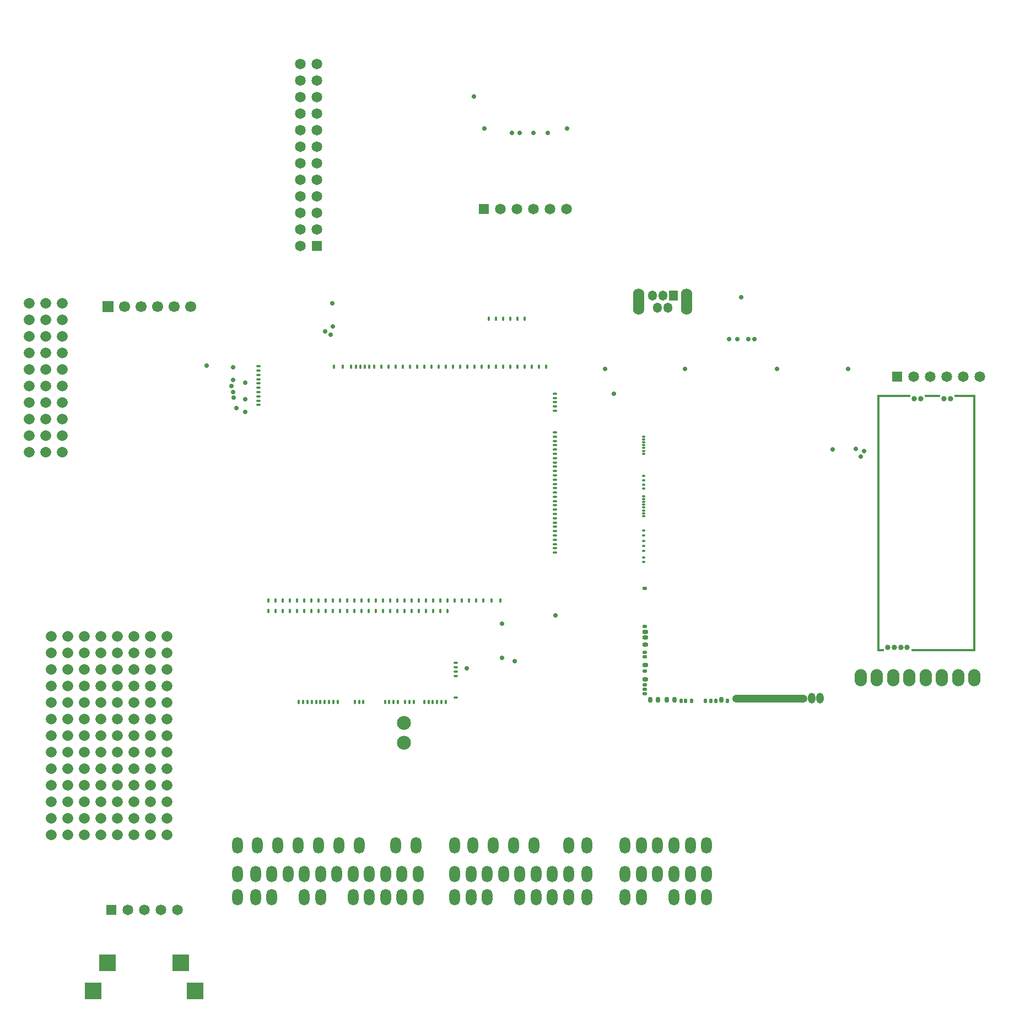
<source format=gbs>
G04*
G04 #@! TF.GenerationSoftware,Altium Limited,Altium Designer,20.2.7 (254)*
G04*
G04 Layer_Color=16711935*
%FSLAX25Y25*%
%MOIN*%
G70*
G04*
G04 #@! TF.SameCoordinates,58B0A200-7A1E-4CD2-B472-50CDB1ABD433*
G04*
G04*
G04 #@! TF.FilePolarity,Negative*
G04*
G01*
G75*
%ADD64R,0.12756X0.01535*%
%ADD65R,0.01535X1.55079*%
%ADD66R,0.09409X0.01535*%
%ADD67R,0.04291X0.01535*%
%ADD92O,0.04488X0.06457*%
%ADD93O,0.03701X0.02913*%
%ADD104C,0.06457*%
%ADD105R,0.06457X0.06457*%
%ADD106C,0.03307*%
%ADD107C,0.08425*%
%ADD108C,0.02913*%
%ADD109C,0.06551*%
%ADD110O,0.06850X0.15906*%
%ADD111O,0.05276X0.06063*%
%ADD112R,0.05276X0.06063*%
%ADD113R,0.10394X0.10394*%
%ADD114O,0.07441X0.10394*%
%ADD115C,0.00551*%
%ADD116O,0.06457X0.10000*%
%ADD117C,0.06693*%
%ADD118R,0.06693X0.06693*%
%ADD119R,0.06457X0.06457*%
G04:AMPARAMS|DCode=231|XSize=15.35mil|YSize=25.2mil|CornerRadius=7.68mil|HoleSize=0mil|Usage=FLASHONLY|Rotation=0.000|XOffset=0mil|YOffset=0mil|HoleType=Round|Shape=RoundedRectangle|*
%AMROUNDEDRECTD231*
21,1,0.01535,0.00984,0,0,0.0*
21,1,0.00000,0.02520,0,0,0.0*
1,1,0.01535,0.00000,-0.00492*
1,1,0.01535,0.00000,-0.00492*
1,1,0.01535,0.00000,0.00492*
1,1,0.01535,0.00000,0.00492*
%
%ADD231ROUNDEDRECTD231*%
G04:AMPARAMS|DCode=232|XSize=15.35mil|YSize=25.2mil|CornerRadius=7.68mil|HoleSize=0mil|Usage=FLASHONLY|Rotation=270.000|XOffset=0mil|YOffset=0mil|HoleType=Round|Shape=RoundedRectangle|*
%AMROUNDEDRECTD232*
21,1,0.01535,0.00984,0,0,270.0*
21,1,0.00000,0.02520,0,0,270.0*
1,1,0.01535,-0.00492,0.00000*
1,1,0.01535,-0.00492,0.00000*
1,1,0.01535,0.00492,0.00000*
1,1,0.01535,0.00492,0.00000*
%
%ADD232ROUNDEDRECTD232*%
%ADD233R,0.38937X0.01535*%
%ADD234R,0.20433X0.01535*%
%ADD235O,0.02126X0.01339*%
%ADD236O,0.02913X0.02126*%
%ADD237O,0.02913X0.03701*%
%ADD238O,0.45433X0.04882*%
%ADD239O,0.02126X0.02913*%
D64*
X583071Y381299D02*
D03*
D65*
X530610Y304528D02*
D03*
X588681D02*
D03*
D66*
X563484Y381299D02*
D03*
D67*
X531988Y227756D02*
D03*
D92*
X495282Y198873D02*
D03*
X490337D02*
D03*
D93*
X389652Y238834D02*
D03*
Y235389D02*
D03*
Y231156D02*
D03*
Y218853D02*
D03*
Y209896D02*
D03*
D104*
X592126Y393110D02*
D03*
X582126D02*
D03*
X572126D02*
D03*
X562126D02*
D03*
X552126D02*
D03*
X106614Y70866D02*
D03*
X96614D02*
D03*
X86614D02*
D03*
X76614D02*
D03*
X342126Y494488D02*
D03*
X332126D02*
D03*
X322126D02*
D03*
X312126D02*
D03*
X302126D02*
D03*
X181142Y582047D02*
D03*
X191142D02*
D03*
X181142Y572047D02*
D03*
X191142D02*
D03*
X181142Y562047D02*
D03*
X191142D02*
D03*
X181142Y552047D02*
D03*
X191142D02*
D03*
X181142Y542047D02*
D03*
X191142D02*
D03*
X181142Y532047D02*
D03*
X191142D02*
D03*
X181142Y522047D02*
D03*
X191142D02*
D03*
X181142Y512047D02*
D03*
X191142D02*
D03*
X181142Y502047D02*
D03*
X191142D02*
D03*
X181142Y492047D02*
D03*
X191142D02*
D03*
X181142Y482047D02*
D03*
X191142D02*
D03*
X181142Y472047D02*
D03*
D105*
X542126Y393110D02*
D03*
X66614Y70866D02*
D03*
X292126Y494488D02*
D03*
D106*
X536417Y229232D02*
D03*
X540354D02*
D03*
X544291D02*
D03*
X548228D02*
D03*
X574409Y379823D02*
D03*
X570472D02*
D03*
X556496D02*
D03*
X552559D02*
D03*
D107*
X243681Y171555D02*
D03*
Y183563D02*
D03*
D108*
X520079Y344587D02*
D03*
X522146Y348031D02*
D03*
X517126Y349213D02*
D03*
X503150Y348917D02*
D03*
X303219Y223002D02*
D03*
X335531Y248819D02*
D03*
X310630Y221063D02*
D03*
X281693Y216634D02*
D03*
X303150Y243602D02*
D03*
X286122Y562225D02*
D03*
X313583Y540276D02*
D03*
X330906D02*
D03*
X322146D02*
D03*
X292323Y542914D02*
D03*
X308957Y540276D02*
D03*
X342339Y542949D02*
D03*
X200374Y437323D02*
D03*
X200669Y423347D02*
D03*
X199488Y418327D02*
D03*
X196043Y420394D02*
D03*
X447756Y441043D02*
D03*
X445571Y415748D02*
D03*
X440551D02*
D03*
X455610D02*
D03*
X452067D02*
D03*
X365302Y397638D02*
D03*
X413583D02*
D03*
X370768Y382677D02*
D03*
X512402Y397638D02*
D03*
X469488D02*
D03*
X140413Y391142D02*
D03*
X147638Y389468D02*
D03*
X139567Y387303D02*
D03*
X140413Y383858D02*
D03*
X147638Y379232D02*
D03*
X140709Y380512D02*
D03*
X142480Y374114D02*
D03*
X147638Y371555D02*
D03*
X140354Y398622D02*
D03*
X124311Y399803D02*
D03*
D109*
X17224Y437500D02*
D03*
X37224D02*
D03*
X27224D02*
D03*
Y427500D02*
D03*
X37224D02*
D03*
X17224D02*
D03*
X37224Y417500D02*
D03*
X27224D02*
D03*
X17224D02*
D03*
Y397500D02*
D03*
X27224D02*
D03*
X37224D02*
D03*
X17224Y407500D02*
D03*
X37224D02*
D03*
X27224D02*
D03*
X17224Y377500D02*
D03*
X27224D02*
D03*
X37224D02*
D03*
X17224Y387500D02*
D03*
X37224D02*
D03*
X27224D02*
D03*
X17224Y357500D02*
D03*
X27224D02*
D03*
X37224D02*
D03*
X17224Y367500D02*
D03*
X37224D02*
D03*
X27224D02*
D03*
X17224Y347500D02*
D03*
X37224D02*
D03*
X27224D02*
D03*
X40315Y125945D02*
D03*
X50315D02*
D03*
X60315D02*
D03*
X70315D02*
D03*
X30315D02*
D03*
X70315Y115945D02*
D03*
X60315D02*
D03*
X50315D02*
D03*
X40315D02*
D03*
X30315D02*
D03*
X80315D02*
D03*
X90315D02*
D03*
X100315D02*
D03*
Y125945D02*
D03*
X90315D02*
D03*
X80315D02*
D03*
X40315Y145945D02*
D03*
X50315D02*
D03*
X60315D02*
D03*
X70315D02*
D03*
X30315D02*
D03*
X70315Y135945D02*
D03*
X60315D02*
D03*
X50315D02*
D03*
X40315D02*
D03*
X30315D02*
D03*
X80315D02*
D03*
X90315D02*
D03*
X100315D02*
D03*
Y145945D02*
D03*
X90315D02*
D03*
X80315D02*
D03*
X40315Y165945D02*
D03*
X50315D02*
D03*
X60315D02*
D03*
X70315D02*
D03*
X30315D02*
D03*
X70315Y155945D02*
D03*
X60315D02*
D03*
X50315D02*
D03*
X40315D02*
D03*
X30315D02*
D03*
X80315D02*
D03*
X90315D02*
D03*
X100315D02*
D03*
Y165945D02*
D03*
X90315D02*
D03*
X80315D02*
D03*
X40315Y185945D02*
D03*
X50315D02*
D03*
X60315D02*
D03*
X70315D02*
D03*
X30315D02*
D03*
X70315Y175945D02*
D03*
X60315D02*
D03*
X50315D02*
D03*
X40315D02*
D03*
X30315D02*
D03*
X80315D02*
D03*
X90315D02*
D03*
X100315D02*
D03*
Y185945D02*
D03*
X90315D02*
D03*
X80315D02*
D03*
X40315Y205945D02*
D03*
X50315D02*
D03*
X60315D02*
D03*
X70315D02*
D03*
X30315D02*
D03*
X70315Y195945D02*
D03*
X60315D02*
D03*
X50315D02*
D03*
X40315D02*
D03*
X30315D02*
D03*
X80315D02*
D03*
X90315D02*
D03*
X100315D02*
D03*
Y205945D02*
D03*
X90315D02*
D03*
X80315D02*
D03*
X100315Y235945D02*
D03*
X90315D02*
D03*
X80315D02*
D03*
Y225945D02*
D03*
X90315D02*
D03*
X100315D02*
D03*
Y215945D02*
D03*
X90315D02*
D03*
X80315D02*
D03*
X30315D02*
D03*
X40315D02*
D03*
X50315D02*
D03*
X60315D02*
D03*
X70315D02*
D03*
X30315Y225945D02*
D03*
X70315D02*
D03*
X60315D02*
D03*
X50315D02*
D03*
X40315D02*
D03*
Y235945D02*
D03*
X50315D02*
D03*
X60315D02*
D03*
X70315D02*
D03*
X30315D02*
D03*
D110*
X385881Y438385D02*
D03*
X414818D02*
D03*
D111*
X397200Y434645D02*
D03*
X403499D02*
D03*
X394050Y442125D02*
D03*
X400350D02*
D03*
D112*
X406649D02*
D03*
D113*
X108858Y38878D02*
D03*
X64370D02*
D03*
X117323Y21654D02*
D03*
X55905D02*
D03*
D114*
X529823Y211122D02*
D03*
X569193D02*
D03*
X588878D02*
D03*
X579035D02*
D03*
X559350D02*
D03*
X549508D02*
D03*
X539665D02*
D03*
X519980D02*
D03*
D115*
X460630Y27559D02*
D03*
X86614D02*
D03*
X173622Y56890D02*
D03*
X397244D02*
D03*
X135256Y484803D02*
D03*
X44272D02*
D03*
X19879Y279921D02*
D03*
X586614Y20079D02*
D03*
Y605905D02*
D03*
X19685D02*
D03*
Y20079D02*
D03*
D116*
X142913Y92520D02*
D03*
Y78347D02*
D03*
X153937Y92520D02*
D03*
Y78347D02*
D03*
X163779Y92520D02*
D03*
Y78347D02*
D03*
X173622Y92520D02*
D03*
X183465D02*
D03*
Y78347D02*
D03*
X193307Y92520D02*
D03*
Y78347D02*
D03*
X203150Y92520D02*
D03*
X212992Y78347D02*
D03*
Y92520D02*
D03*
X222835Y78347D02*
D03*
Y92520D02*
D03*
X232677Y78347D02*
D03*
Y92520D02*
D03*
X242520Y78347D02*
D03*
Y92520D02*
D03*
X238858Y109843D02*
D03*
X252362Y78347D02*
D03*
Y92520D02*
D03*
X251181Y109843D02*
D03*
X274409Y78347D02*
D03*
Y92520D02*
D03*
Y109843D02*
D03*
X284252Y78347D02*
D03*
Y92520D02*
D03*
X285433Y109843D02*
D03*
X294094Y78347D02*
D03*
Y92520D02*
D03*
X303937D02*
D03*
X297756Y109843D02*
D03*
X313779Y78347D02*
D03*
Y92520D02*
D03*
X310079Y109843D02*
D03*
X323622Y78347D02*
D03*
Y92520D02*
D03*
X322402Y109843D02*
D03*
X333465Y78347D02*
D03*
Y92520D02*
D03*
X343307Y78347D02*
D03*
Y92520D02*
D03*
Y109843D02*
D03*
X354331Y78347D02*
D03*
Y92520D02*
D03*
Y109843D02*
D03*
X377559Y78347D02*
D03*
Y92520D02*
D03*
Y109843D02*
D03*
X387402Y78347D02*
D03*
Y92520D02*
D03*
Y109843D02*
D03*
X397244Y92520D02*
D03*
X407087Y78347D02*
D03*
Y92520D02*
D03*
Y109843D02*
D03*
X416929Y78347D02*
D03*
Y92520D02*
D03*
X426772Y78347D02*
D03*
Y92520D02*
D03*
X416929Y109843D02*
D03*
X426772D02*
D03*
X216850D02*
D03*
X204528D02*
D03*
X192205D02*
D03*
X179882D02*
D03*
X167559D02*
D03*
X155236D02*
D03*
X142913D02*
D03*
X397244D02*
D03*
D117*
X114764Y435433D02*
D03*
X104764D02*
D03*
X94764D02*
D03*
X84764D02*
D03*
X74764D02*
D03*
D118*
X64764D02*
D03*
D119*
X191142Y472047D02*
D03*
D231*
X220020Y399024D02*
D03*
X214784D02*
D03*
X316634D02*
D03*
X320964D02*
D03*
X325295D02*
D03*
X179075Y257571D02*
D03*
X174744D02*
D03*
X170414D02*
D03*
X166083D02*
D03*
X287343D02*
D03*
X291673D02*
D03*
X296870D02*
D03*
X302067D02*
D03*
X283012D02*
D03*
X278681D02*
D03*
X274350D02*
D03*
X270020D02*
D03*
X265689D02*
D03*
X261358D02*
D03*
X257028D02*
D03*
X252697D02*
D03*
X248366D02*
D03*
X244036D02*
D03*
X239705D02*
D03*
X235374D02*
D03*
X231043D02*
D03*
X226713D02*
D03*
X222382D02*
D03*
X218051D02*
D03*
X213721D02*
D03*
X209390D02*
D03*
X205059D02*
D03*
X200729D02*
D03*
X196398D02*
D03*
X192067D02*
D03*
X217402Y399024D02*
D03*
X211791D02*
D03*
X206594D02*
D03*
X201398D02*
D03*
X222638D02*
D03*
X225689D02*
D03*
X230020D02*
D03*
X234350D02*
D03*
X238681D02*
D03*
X243012D02*
D03*
X247342D02*
D03*
X251673D02*
D03*
X256004D02*
D03*
X260335D02*
D03*
X264665D02*
D03*
X268996D02*
D03*
X273327D02*
D03*
X277657D02*
D03*
X281988D02*
D03*
X286319D02*
D03*
X290650D02*
D03*
X294980D02*
D03*
X299311D02*
D03*
X303642D02*
D03*
X307972D02*
D03*
X312303D02*
D03*
X187736Y257571D02*
D03*
X183406D02*
D03*
X161752D02*
D03*
X329626Y399024D02*
D03*
X174724Y251287D02*
D03*
X170394D02*
D03*
X166063D02*
D03*
X161732D02*
D03*
X269012Y196319D02*
D03*
X266413D02*
D03*
X263815D02*
D03*
X261217D02*
D03*
X258618D02*
D03*
X256020D02*
D03*
X249717D02*
D03*
X247118D02*
D03*
X244520D02*
D03*
X240107D02*
D03*
X237508D02*
D03*
X234910D02*
D03*
X232311D02*
D03*
X219217D02*
D03*
X216618D02*
D03*
X214020D02*
D03*
X203602D02*
D03*
X201004D02*
D03*
X198406D02*
D03*
X195807D02*
D03*
X193209D02*
D03*
X190610D02*
D03*
X188012D02*
D03*
X185413D02*
D03*
X182815D02*
D03*
X180217D02*
D03*
X179055Y251287D02*
D03*
X183386D02*
D03*
X187716D02*
D03*
X192047D02*
D03*
X196378D02*
D03*
X200709D02*
D03*
X205039D02*
D03*
X209370D02*
D03*
X213701D02*
D03*
X218031D02*
D03*
X222362D02*
D03*
X226693D02*
D03*
X231024D02*
D03*
X235354D02*
D03*
X239685D02*
D03*
X244016D02*
D03*
X248346D02*
D03*
X252677D02*
D03*
X257008D02*
D03*
X261338D02*
D03*
X265669D02*
D03*
X270000D02*
D03*
X295079Y428051D02*
D03*
X299409D02*
D03*
X303740D02*
D03*
X308071D02*
D03*
X312402D02*
D03*
X316732D02*
D03*
D232*
X335047Y304823D02*
D03*
Y302224D02*
D03*
Y299626D02*
D03*
Y297027D02*
D03*
Y294429D02*
D03*
Y291831D02*
D03*
Y289232D02*
D03*
Y286634D02*
D03*
Y374980D02*
D03*
Y377579D02*
D03*
Y380177D02*
D03*
Y382776D02*
D03*
Y372382D02*
D03*
Y359390D02*
D03*
Y356791D02*
D03*
Y354193D02*
D03*
Y351594D02*
D03*
Y348996D02*
D03*
Y346398D02*
D03*
Y343799D02*
D03*
Y341201D02*
D03*
Y338602D02*
D03*
Y336004D02*
D03*
Y333405D02*
D03*
Y330807D02*
D03*
Y328209D02*
D03*
Y325610D02*
D03*
Y323012D02*
D03*
Y320413D02*
D03*
Y317815D02*
D03*
Y315216D02*
D03*
Y312618D02*
D03*
Y310020D02*
D03*
Y307421D02*
D03*
X155807Y394094D02*
D03*
Y391496D02*
D03*
Y388898D02*
D03*
Y386299D02*
D03*
Y383701D02*
D03*
Y381102D02*
D03*
Y378504D02*
D03*
Y375905D02*
D03*
Y399291D02*
D03*
Y396693D02*
D03*
X275000Y199127D02*
D03*
Y219914D02*
D03*
Y217316D02*
D03*
Y214717D02*
D03*
Y212119D02*
D03*
D233*
X569980Y227756D02*
D03*
D234*
X540059Y381299D02*
D03*
D235*
X388864Y356845D02*
D03*
Y355113D02*
D03*
Y353381D02*
D03*
Y351648D02*
D03*
Y349916D02*
D03*
Y348184D02*
D03*
Y346452D02*
D03*
Y333046D02*
D03*
Y330448D02*
D03*
Y327849D02*
D03*
Y325251D02*
D03*
Y320822D02*
D03*
Y319089D02*
D03*
Y317357D02*
D03*
Y315625D02*
D03*
Y313893D02*
D03*
Y312160D02*
D03*
Y310428D02*
D03*
Y308696D02*
D03*
Y300054D02*
D03*
Y296921D02*
D03*
Y293771D02*
D03*
Y290621D02*
D03*
Y281078D02*
D03*
Y283676D02*
D03*
Y287849D02*
D03*
D236*
X389278Y265113D02*
D03*
Y242082D02*
D03*
Y201256D02*
D03*
Y203991D02*
D03*
Y206669D02*
D03*
Y215035D02*
D03*
Y223873D02*
D03*
Y226432D02*
D03*
D237*
X392821Y197593D02*
D03*
X397447D02*
D03*
X402762D02*
D03*
X407388D02*
D03*
X435734Y197593D02*
D03*
D238*
X464967Y198381D02*
D03*
D239*
X439573Y197200D02*
D03*
X432310D02*
D03*
X425913D02*
D03*
X411404D02*
D03*
X414200D02*
D03*
X417743D02*
D03*
X429435D02*
D03*
M02*

</source>
